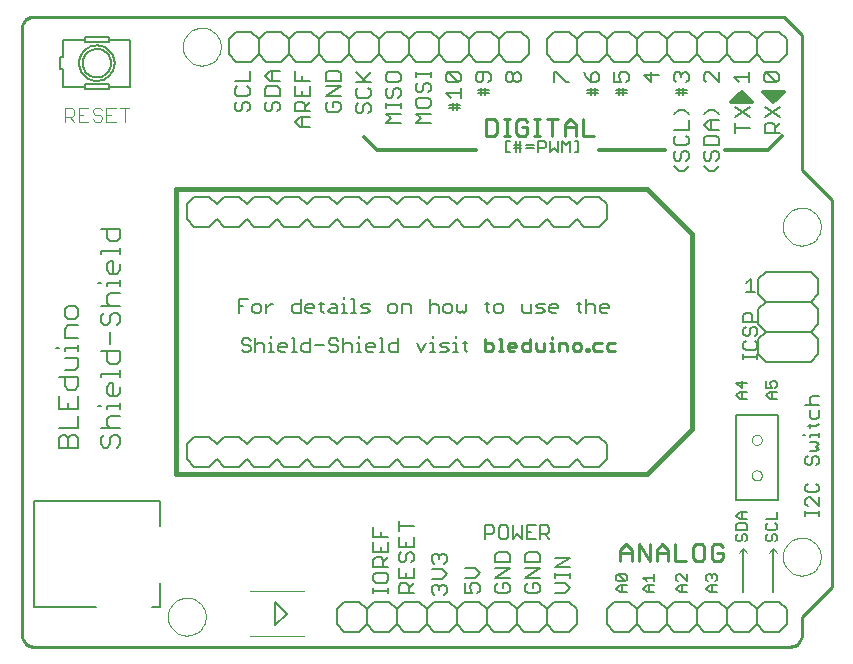
<source format=gto>
G75*
%MOIN*%
%OFA0B0*%
%FSLAX24Y24*%
%IPPOS*%
%LPD*%
%AMOC8*
5,1,8,0,0,1.08239X$1,22.5*
%
%ADD10C,0.0100*%
%ADD11C,0.0120*%
%ADD12C,0.0070*%
%ADD13C,0.0050*%
%ADD14C,0.0060*%
%ADD15C,0.0080*%
%ADD16C,0.0000*%
%ADD17C,0.0160*%
%ADD18C,0.0040*%
%ADD19C,0.0090*%
D10*
X001674Y001333D02*
X026886Y001333D01*
X026925Y001335D01*
X026963Y001341D01*
X027000Y001350D01*
X027037Y001363D01*
X027072Y001380D01*
X027105Y001399D01*
X027136Y001422D01*
X027165Y001448D01*
X027191Y001477D01*
X027214Y001508D01*
X027233Y001541D01*
X027250Y001576D01*
X027263Y001613D01*
X027272Y001650D01*
X027278Y001688D01*
X027280Y001727D01*
X027280Y002333D01*
X028280Y003333D01*
X028280Y016233D01*
X027280Y017233D01*
X027280Y021733D01*
X026680Y022333D01*
X001674Y022333D01*
X001674Y022334D02*
X001635Y022332D01*
X001597Y022326D01*
X001560Y022317D01*
X001523Y022304D01*
X001488Y022287D01*
X001455Y022268D01*
X001424Y022245D01*
X001395Y022219D01*
X001369Y022190D01*
X001346Y022159D01*
X001327Y022126D01*
X001310Y022091D01*
X001297Y022054D01*
X001288Y022017D01*
X001282Y021979D01*
X001280Y021940D01*
X001280Y001727D01*
X001282Y001688D01*
X001288Y001650D01*
X001297Y001613D01*
X001310Y001576D01*
X001327Y001541D01*
X001346Y001508D01*
X001369Y001477D01*
X001395Y001448D01*
X001424Y001422D01*
X001455Y001399D01*
X001488Y001380D01*
X001523Y001363D01*
X001560Y001350D01*
X001597Y001341D01*
X001635Y001335D01*
X001674Y001333D01*
X021230Y004183D02*
X021230Y004557D01*
X021417Y004744D01*
X021604Y004557D01*
X021604Y004183D01*
X021838Y004183D02*
X021838Y004744D01*
X022211Y004183D01*
X022211Y004744D01*
X022445Y004557D02*
X022632Y004744D01*
X022819Y004557D01*
X022819Y004183D01*
X023053Y004183D02*
X023427Y004183D01*
X023661Y004277D02*
X023754Y004183D01*
X023941Y004183D01*
X024035Y004277D01*
X024035Y004650D01*
X023941Y004744D01*
X023754Y004744D01*
X023661Y004650D01*
X023661Y004277D01*
X024269Y004277D02*
X024362Y004183D01*
X024549Y004183D01*
X024642Y004277D01*
X024642Y004464D01*
X024455Y004464D01*
X024269Y004650D02*
X024269Y004277D01*
X024269Y004650D02*
X024362Y004744D01*
X024549Y004744D01*
X024642Y004650D01*
X023053Y004744D02*
X023053Y004183D01*
X022819Y004464D02*
X022445Y004464D01*
X022445Y004557D02*
X022445Y004183D01*
X021604Y004464D02*
X021230Y004464D01*
X020359Y018369D02*
X019985Y018369D01*
X019985Y018930D01*
X019751Y018743D02*
X019751Y018369D01*
X019751Y018649D02*
X019378Y018649D01*
X019378Y018743D02*
X019378Y018369D01*
X019378Y018743D02*
X019565Y018930D01*
X019751Y018743D01*
X019144Y018930D02*
X018770Y018930D01*
X018957Y018930D02*
X018957Y018369D01*
X018552Y018369D02*
X018365Y018369D01*
X018458Y018369D02*
X018458Y018930D01*
X018365Y018930D02*
X018552Y018930D01*
X018131Y018836D02*
X018037Y018930D01*
X017851Y018930D01*
X017757Y018836D01*
X017757Y018463D01*
X017851Y018369D01*
X018037Y018369D01*
X018131Y018463D01*
X018131Y018649D01*
X017944Y018649D01*
X017539Y018369D02*
X017352Y018369D01*
X017445Y018369D02*
X017445Y018930D01*
X017352Y018930D02*
X017539Y018930D01*
X017118Y018836D02*
X017118Y018463D01*
X017025Y018369D01*
X016744Y018369D01*
X016744Y018930D01*
X017025Y018930D01*
X017118Y018836D01*
D11*
X016430Y017883D02*
X013130Y017883D01*
X012680Y018333D01*
X020530Y017883D02*
X022730Y017883D01*
X024730Y017883D02*
X026130Y017883D01*
X026160Y017893D02*
X026610Y018343D01*
X026330Y019483D02*
X026680Y019833D01*
X025980Y019833D01*
X026330Y019483D01*
X026330Y019583D02*
X026180Y019733D01*
X026380Y019733D01*
X026330Y019683D02*
X026330Y019633D01*
X026330Y019583D02*
X026530Y019783D01*
X026130Y019783D01*
X025630Y019483D02*
X025280Y019833D01*
X024930Y019483D01*
X025630Y019483D01*
X025480Y019533D02*
X025180Y019533D01*
X025330Y019633D01*
X025280Y019733D02*
X025080Y019533D01*
X025280Y019733D02*
X025480Y019533D01*
D12*
X025505Y020153D02*
X025505Y020480D01*
X025505Y020316D02*
X025015Y020316D01*
X025178Y020153D01*
X024505Y020153D02*
X024178Y020480D01*
X024096Y020480D01*
X024015Y020398D01*
X024015Y020234D01*
X024096Y020153D01*
X024505Y020153D02*
X024505Y020480D01*
X023505Y020398D02*
X023505Y020234D01*
X023423Y020153D01*
X023260Y020316D02*
X023260Y020398D01*
X023342Y020480D01*
X023423Y020480D01*
X023505Y020398D01*
X023260Y020398D02*
X023178Y020480D01*
X023096Y020480D01*
X023015Y020398D01*
X023015Y020234D01*
X023096Y020153D01*
X022505Y020398D02*
X022015Y020398D01*
X022260Y020153D01*
X022260Y020480D01*
X021505Y020398D02*
X021505Y020234D01*
X021423Y020153D01*
X021260Y020153D02*
X021178Y020316D01*
X021178Y020398D01*
X021260Y020480D01*
X021423Y020480D01*
X021505Y020398D01*
X021260Y020153D02*
X021015Y020153D01*
X021015Y020480D01*
X020505Y020398D02*
X020505Y020234D01*
X020423Y020153D01*
X020260Y020153D01*
X020260Y020398D01*
X020342Y020480D01*
X020423Y020480D01*
X020505Y020398D01*
X020260Y020153D02*
X020096Y020316D01*
X020015Y020480D01*
X019505Y020153D02*
X019423Y020153D01*
X019096Y020480D01*
X019015Y020480D01*
X019015Y020153D01*
X017905Y020234D02*
X017823Y020153D01*
X017742Y020153D01*
X017660Y020234D01*
X017660Y020398D01*
X017742Y020480D01*
X017823Y020480D01*
X017905Y020398D01*
X017905Y020234D01*
X017660Y020234D02*
X017578Y020153D01*
X017496Y020153D01*
X017415Y020234D01*
X017415Y020398D01*
X017496Y020480D01*
X017578Y020480D01*
X017660Y020398D01*
X016905Y020398D02*
X016905Y020234D01*
X016823Y020153D01*
X016660Y020234D02*
X016660Y020480D01*
X016823Y020480D02*
X016496Y020480D01*
X016415Y020398D01*
X016415Y020234D01*
X016496Y020153D01*
X016578Y020153D01*
X016660Y020234D01*
X016905Y020398D02*
X016823Y020480D01*
X015905Y020398D02*
X015905Y020234D01*
X015823Y020153D01*
X015496Y020480D01*
X015823Y020480D01*
X015905Y020398D01*
X015823Y020153D02*
X015496Y020153D01*
X015415Y020234D01*
X015415Y020398D01*
X015496Y020480D01*
X014905Y020488D02*
X014905Y020325D01*
X014905Y020406D02*
X014415Y020406D01*
X014415Y020325D02*
X014415Y020488D01*
X014496Y020136D02*
X014415Y020054D01*
X014415Y019891D01*
X014496Y019809D01*
X014578Y019809D01*
X014660Y019891D01*
X014660Y020054D01*
X014742Y020136D01*
X014823Y020136D01*
X014905Y020054D01*
X014905Y019891D01*
X014823Y019809D01*
X014823Y019620D02*
X014496Y019620D01*
X014415Y019539D01*
X014415Y019375D01*
X014496Y019293D01*
X014823Y019293D01*
X014905Y019375D01*
X014905Y019539D01*
X014823Y019620D01*
X014905Y019105D02*
X014415Y019105D01*
X014578Y018941D01*
X014415Y018778D01*
X014905Y018778D01*
X015578Y019637D02*
X015415Y019801D01*
X015905Y019801D01*
X015905Y019964D02*
X015905Y019637D01*
X013905Y019719D02*
X013823Y019637D01*
X013905Y019719D02*
X013905Y019882D01*
X013823Y019964D01*
X013742Y019964D01*
X013660Y019882D01*
X013660Y019719D01*
X013578Y019637D01*
X013496Y019637D01*
X013415Y019719D01*
X013415Y019882D01*
X013496Y019964D01*
X013496Y020153D02*
X013823Y020153D01*
X013905Y020234D01*
X013905Y020398D01*
X013823Y020480D01*
X013496Y020480D01*
X013415Y020398D01*
X013415Y020234D01*
X013496Y020153D01*
X012905Y020153D02*
X012415Y020153D01*
X012496Y019964D02*
X012415Y019882D01*
X012415Y019719D01*
X012496Y019637D01*
X012823Y019637D01*
X012905Y019719D01*
X012905Y019882D01*
X012823Y019964D01*
X012742Y020153D02*
X012415Y020480D01*
X012660Y020234D02*
X012905Y020480D01*
X012823Y019448D02*
X012742Y019448D01*
X012660Y019367D01*
X012660Y019203D01*
X012578Y019121D01*
X012496Y019121D01*
X012415Y019203D01*
X012415Y019367D01*
X012496Y019448D01*
X012823Y019448D02*
X012905Y019367D01*
X012905Y019203D01*
X012823Y019121D01*
X013415Y019105D02*
X013905Y019105D01*
X013905Y019293D02*
X013905Y019457D01*
X013905Y019375D02*
X013415Y019375D01*
X013415Y019293D02*
X013415Y019457D01*
X013415Y019105D02*
X013578Y018941D01*
X013415Y018778D01*
X013905Y018778D01*
X023015Y018559D02*
X023505Y018559D01*
X023505Y018886D01*
X023505Y019075D02*
X023342Y019238D01*
X023178Y019238D01*
X023015Y019075D01*
X023096Y018370D02*
X023015Y018288D01*
X023015Y018125D01*
X023096Y018043D01*
X023423Y018043D01*
X023505Y018125D01*
X023505Y018288D01*
X023423Y018370D01*
X023423Y017855D02*
X023342Y017855D01*
X023260Y017773D01*
X023260Y017609D01*
X023178Y017528D01*
X023096Y017528D01*
X023015Y017609D01*
X023015Y017773D01*
X023096Y017855D01*
X023423Y017855D02*
X023505Y017773D01*
X023505Y017609D01*
X023423Y017528D01*
X023505Y017347D02*
X023342Y017184D01*
X023178Y017184D01*
X023015Y017347D01*
X024015Y017347D02*
X024178Y017184D01*
X024342Y017184D01*
X024505Y017347D01*
X024423Y017528D02*
X024505Y017609D01*
X024505Y017773D01*
X024423Y017855D01*
X024342Y017855D01*
X024260Y017773D01*
X024260Y017609D01*
X024178Y017528D01*
X024096Y017528D01*
X024015Y017609D01*
X024015Y017773D01*
X024096Y017855D01*
X024015Y018043D02*
X024015Y018288D01*
X024096Y018370D01*
X024423Y018370D01*
X024505Y018288D01*
X024505Y018043D01*
X024015Y018043D01*
X024178Y018559D02*
X024015Y018722D01*
X024178Y018886D01*
X024505Y018886D01*
X024505Y019075D02*
X024342Y019238D01*
X024178Y019238D01*
X024015Y019075D01*
X024260Y018886D02*
X024260Y018559D01*
X024178Y018559D02*
X024505Y018559D01*
X026096Y020153D02*
X026015Y020234D01*
X026015Y020398D01*
X026096Y020480D01*
X026423Y020153D01*
X026505Y020234D01*
X026505Y020398D01*
X026423Y020480D01*
X026096Y020480D01*
X026096Y020153D02*
X026423Y020153D01*
X026330Y004583D02*
X026330Y003143D01*
X025330Y003143D02*
X025330Y004573D01*
X019545Y004305D02*
X019055Y004305D01*
X018550Y004398D02*
X018550Y004153D01*
X018060Y004153D01*
X018060Y004398D01*
X018142Y004480D01*
X018468Y004480D01*
X018550Y004398D01*
X018550Y003964D02*
X018060Y003964D01*
X018060Y003637D02*
X018550Y003964D01*
X018550Y003637D02*
X018060Y003637D01*
X018142Y003449D02*
X018060Y003367D01*
X018060Y003203D01*
X018142Y003122D01*
X018468Y003122D01*
X018550Y003203D01*
X018550Y003367D01*
X018468Y003449D01*
X018305Y003449D01*
X018305Y003285D01*
X019055Y003445D02*
X019382Y003445D01*
X019545Y003282D01*
X019382Y003118D01*
X019055Y003118D01*
X019055Y003634D02*
X019055Y003797D01*
X019055Y003716D02*
X019545Y003716D01*
X019545Y003797D02*
X019545Y003634D01*
X019545Y003978D02*
X019055Y003978D01*
X019545Y004305D01*
X017550Y004398D02*
X017550Y004153D01*
X017060Y004153D01*
X017060Y004398D01*
X017142Y004480D01*
X017468Y004480D01*
X017550Y004398D01*
X017550Y003964D02*
X017060Y003964D01*
X017060Y003637D02*
X017550Y003964D01*
X017550Y003637D02*
X017060Y003637D01*
X017142Y003449D02*
X017060Y003367D01*
X017060Y003203D01*
X017142Y003122D01*
X017468Y003122D01*
X017550Y003203D01*
X017550Y003367D01*
X017468Y003449D01*
X017305Y003449D01*
X017305Y003285D01*
X016545Y003364D02*
X016545Y003200D01*
X016463Y003118D01*
X016300Y003118D02*
X016218Y003282D01*
X016218Y003364D01*
X016300Y003445D01*
X016463Y003445D01*
X016545Y003364D01*
X016382Y003634D02*
X016545Y003797D01*
X016382Y003961D01*
X016055Y003961D01*
X016055Y003634D02*
X016382Y003634D01*
X016055Y003445D02*
X016055Y003118D01*
X016300Y003118D01*
X004545Y008073D02*
X004440Y007968D01*
X004545Y008073D02*
X004545Y008284D01*
X004440Y008389D01*
X004335Y008389D01*
X004230Y008284D01*
X004230Y008073D01*
X004125Y007968D01*
X004020Y007968D01*
X003914Y008073D01*
X003914Y008284D01*
X004020Y008389D01*
X003914Y008613D02*
X004545Y008613D01*
X004230Y008613D02*
X004125Y008718D01*
X004125Y008928D01*
X004230Y009033D01*
X004545Y009033D01*
X004545Y009257D02*
X004545Y009468D01*
X004545Y009363D02*
X004125Y009363D01*
X004125Y009257D01*
X003914Y009363D02*
X003809Y009363D01*
X004230Y009687D02*
X004125Y009792D01*
X004125Y010002D01*
X004230Y010107D01*
X004335Y010107D01*
X004335Y009687D01*
X004440Y009687D02*
X004230Y009687D01*
X004440Y009687D02*
X004545Y009792D01*
X004545Y010002D01*
X004545Y010332D02*
X004545Y010542D01*
X004545Y010437D02*
X003914Y010437D01*
X003914Y010332D01*
X004230Y010761D02*
X004125Y010866D01*
X004125Y011182D01*
X003914Y011182D02*
X004545Y011182D01*
X004545Y010866D01*
X004440Y010761D01*
X004230Y010761D01*
X004230Y011406D02*
X004230Y011826D01*
X004125Y012050D02*
X004230Y012156D01*
X004230Y012366D01*
X004335Y012471D01*
X004440Y012471D01*
X004545Y012366D01*
X004545Y012156D01*
X004440Y012050D01*
X004125Y012050D02*
X004020Y012050D01*
X003914Y012156D01*
X003914Y012366D01*
X004020Y012471D01*
X003914Y012695D02*
X004545Y012695D01*
X004230Y012695D02*
X004125Y012800D01*
X004125Y013010D01*
X004230Y013115D01*
X004545Y013115D01*
X004545Y013340D02*
X004545Y013550D01*
X004545Y013445D02*
X004125Y013445D01*
X004125Y013340D01*
X003914Y013445D02*
X003809Y013445D01*
X004230Y013769D02*
X004125Y013874D01*
X004125Y014085D01*
X004230Y014190D01*
X004335Y014190D01*
X004335Y013769D01*
X004440Y013769D02*
X004230Y013769D01*
X004440Y013769D02*
X004545Y013874D01*
X004545Y014085D01*
X004545Y014414D02*
X004545Y014624D01*
X004545Y014519D02*
X003914Y014519D01*
X003914Y014414D01*
X004230Y014844D02*
X004125Y014949D01*
X004125Y015264D01*
X003914Y015264D02*
X004545Y015264D01*
X004545Y014949D01*
X004440Y014844D01*
X004230Y014844D01*
X003040Y012686D02*
X002830Y012686D01*
X002725Y012581D01*
X002725Y012370D01*
X002830Y012265D01*
X003040Y012265D01*
X003145Y012370D01*
X003145Y012581D01*
X003040Y012686D01*
X003145Y012041D02*
X002830Y012041D01*
X002725Y011936D01*
X002725Y011621D01*
X003145Y011621D01*
X003145Y011401D02*
X003145Y011191D01*
X003145Y011296D02*
X002725Y011296D01*
X002725Y011191D01*
X002725Y010967D02*
X003145Y010967D01*
X003145Y010652D01*
X003040Y010547D01*
X002725Y010547D01*
X002725Y010322D02*
X002725Y010007D01*
X002830Y009902D01*
X003040Y009902D01*
X003145Y010007D01*
X003145Y010322D01*
X002514Y010322D01*
X002514Y009678D02*
X002514Y009257D01*
X003145Y009257D01*
X003145Y009678D01*
X002830Y009468D02*
X002830Y009257D01*
X003145Y009033D02*
X003145Y008613D01*
X002514Y008613D01*
X002620Y008389D02*
X002514Y008284D01*
X002514Y007968D01*
X003145Y007968D01*
X003145Y008284D01*
X003040Y008389D01*
X002935Y008389D01*
X002830Y008284D01*
X002830Y007968D01*
X002830Y008284D02*
X002725Y008389D01*
X002620Y008389D01*
X002514Y011296D02*
X002409Y011296D01*
D13*
X008505Y012458D02*
X008505Y012909D01*
X008805Y012909D01*
X008655Y012684D02*
X008505Y012684D01*
X008965Y012684D02*
X008965Y012533D01*
X009040Y012458D01*
X009191Y012458D01*
X009266Y012533D01*
X009266Y012684D01*
X009191Y012759D01*
X009040Y012759D01*
X008965Y012684D01*
X009426Y012759D02*
X009426Y012458D01*
X009426Y012608D02*
X009576Y012759D01*
X009651Y012759D01*
X010270Y012684D02*
X010270Y012533D01*
X010345Y012458D01*
X010570Y012458D01*
X010570Y012909D01*
X010570Y012759D02*
X010345Y012759D01*
X010270Y012684D01*
X010730Y012684D02*
X010730Y012533D01*
X010805Y012458D01*
X010955Y012458D01*
X011030Y012608D02*
X010730Y012608D01*
X010730Y012684D02*
X010805Y012759D01*
X010955Y012759D01*
X011030Y012684D01*
X011030Y012608D01*
X011191Y012759D02*
X011341Y012759D01*
X011266Y012834D02*
X011266Y012533D01*
X011341Y012458D01*
X011498Y012533D02*
X011573Y012608D01*
X011798Y012608D01*
X011798Y012684D02*
X011798Y012458D01*
X011573Y012458D01*
X011498Y012533D01*
X011573Y012759D02*
X011723Y012759D01*
X011798Y012684D01*
X011958Y012759D02*
X012033Y012759D01*
X012033Y012458D01*
X011958Y012458D02*
X012108Y012458D01*
X012265Y012458D02*
X012415Y012458D01*
X012340Y012458D02*
X012340Y012909D01*
X012265Y012909D01*
X012033Y012909D02*
X012033Y012984D01*
X012572Y012684D02*
X012647Y012759D01*
X012872Y012759D01*
X012797Y012608D02*
X012872Y012533D01*
X012797Y012458D01*
X012572Y012458D01*
X012647Y012608D02*
X012572Y012684D01*
X012647Y012608D02*
X012797Y012608D01*
X013493Y012533D02*
X013568Y012458D01*
X013718Y012458D01*
X013793Y012533D01*
X013793Y012684D01*
X013718Y012759D01*
X013568Y012759D01*
X013493Y012684D01*
X013493Y012533D01*
X013953Y012458D02*
X013953Y012759D01*
X014178Y012759D01*
X014253Y012684D01*
X014253Y012458D01*
X014874Y012458D02*
X014874Y012909D01*
X014949Y012759D02*
X015099Y012759D01*
X015174Y012684D01*
X015174Y012458D01*
X015334Y012533D02*
X015409Y012458D01*
X015559Y012458D01*
X015634Y012533D01*
X015634Y012684D01*
X015559Y012759D01*
X015409Y012759D01*
X015334Y012684D01*
X015334Y012533D01*
X014949Y012759D02*
X014874Y012684D01*
X015795Y012759D02*
X015795Y012533D01*
X015870Y012458D01*
X015945Y012533D01*
X016020Y012458D01*
X016095Y012533D01*
X016095Y012759D01*
X016715Y012759D02*
X016865Y012759D01*
X016790Y012834D02*
X016790Y012533D01*
X016865Y012458D01*
X017022Y012533D02*
X017097Y012458D01*
X017247Y012458D01*
X017323Y012533D01*
X017323Y012684D01*
X017247Y012759D01*
X017097Y012759D01*
X017022Y012684D01*
X017022Y012533D01*
X017943Y012533D02*
X018018Y012458D01*
X018243Y012458D01*
X018243Y012759D01*
X018403Y012684D02*
X018479Y012759D01*
X018704Y012759D01*
X018629Y012608D02*
X018479Y012608D01*
X018403Y012684D01*
X018403Y012458D02*
X018629Y012458D01*
X018704Y012533D01*
X018629Y012608D01*
X018864Y012608D02*
X019164Y012608D01*
X019164Y012684D01*
X019089Y012759D01*
X018939Y012759D01*
X018864Y012684D01*
X018864Y012533D01*
X018939Y012458D01*
X019089Y012458D01*
X019785Y012759D02*
X019935Y012759D01*
X019860Y012834D02*
X019860Y012533D01*
X019935Y012458D01*
X020092Y012458D02*
X020092Y012909D01*
X020167Y012759D02*
X020317Y012759D01*
X020392Y012684D01*
X020392Y012458D01*
X020552Y012533D02*
X020552Y012684D01*
X020627Y012759D01*
X020777Y012759D01*
X020852Y012684D01*
X020852Y012608D01*
X020552Y012608D01*
X020552Y012533D02*
X020627Y012458D01*
X020777Y012458D01*
X020167Y012759D02*
X020092Y012684D01*
X017943Y012759D02*
X017943Y012533D01*
X016121Y011459D02*
X015971Y011459D01*
X016046Y011534D02*
X016046Y011233D01*
X016121Y011158D01*
X015814Y011158D02*
X015664Y011158D01*
X015739Y011158D02*
X015739Y011459D01*
X015664Y011459D01*
X015504Y011459D02*
X015279Y011459D01*
X015204Y011384D01*
X015279Y011308D01*
X015429Y011308D01*
X015504Y011233D01*
X015429Y011158D01*
X015204Y011158D01*
X015047Y011158D02*
X014897Y011158D01*
X014972Y011158D02*
X014972Y011459D01*
X014897Y011459D01*
X014737Y011459D02*
X014587Y011158D01*
X014437Y011459D01*
X014972Y011609D02*
X014972Y011684D01*
X015739Y011684D02*
X015739Y011609D01*
X013816Y011609D02*
X013816Y011158D01*
X013591Y011158D01*
X013516Y011233D01*
X013516Y011384D01*
X013591Y011459D01*
X013816Y011459D01*
X013359Y011158D02*
X013209Y011158D01*
X013284Y011158D02*
X013284Y011609D01*
X013209Y011609D01*
X013049Y011384D02*
X013049Y011308D01*
X012749Y011308D01*
X012749Y011233D02*
X012749Y011384D01*
X012824Y011459D01*
X012974Y011459D01*
X013049Y011384D01*
X012974Y011158D02*
X012824Y011158D01*
X012749Y011233D01*
X012592Y011158D02*
X012442Y011158D01*
X012517Y011158D02*
X012517Y011459D01*
X012442Y011459D01*
X012517Y011609D02*
X012517Y011684D01*
X012281Y011384D02*
X012206Y011459D01*
X012056Y011459D01*
X011981Y011384D01*
X011821Y011308D02*
X011821Y011233D01*
X011746Y011158D01*
X011596Y011158D01*
X011521Y011233D01*
X011596Y011384D02*
X011746Y011384D01*
X011821Y011308D01*
X011981Y011158D02*
X011981Y011609D01*
X011821Y011534D02*
X011746Y011609D01*
X011596Y011609D01*
X011521Y011534D01*
X011521Y011459D01*
X011596Y011384D01*
X011361Y011384D02*
X011060Y011384D01*
X010900Y011459D02*
X010675Y011459D01*
X010600Y011384D01*
X010600Y011233D01*
X010675Y011158D01*
X010900Y011158D01*
X010900Y011609D01*
X010368Y011609D02*
X010368Y011158D01*
X010293Y011158D02*
X010443Y011158D01*
X010133Y011308D02*
X010133Y011384D01*
X010058Y011459D01*
X009908Y011459D01*
X009833Y011384D01*
X009833Y011233D01*
X009908Y011158D01*
X010058Y011158D01*
X010133Y011308D02*
X009833Y011308D01*
X009676Y011158D02*
X009526Y011158D01*
X009601Y011158D02*
X009601Y011459D01*
X009526Y011459D01*
X009601Y011609D02*
X009601Y011684D01*
X009366Y011384D02*
X009366Y011158D01*
X009366Y011384D02*
X009291Y011459D01*
X009140Y011459D01*
X009065Y011384D01*
X008905Y011308D02*
X008830Y011384D01*
X008680Y011384D01*
X008605Y011459D01*
X008605Y011534D01*
X008680Y011609D01*
X008830Y011609D01*
X008905Y011534D01*
X009065Y011609D02*
X009065Y011158D01*
X008905Y011233D02*
X008830Y011158D01*
X008680Y011158D01*
X008605Y011233D01*
X008905Y011233D02*
X008905Y011308D01*
X010293Y011609D02*
X010368Y011609D01*
X012281Y011384D02*
X012281Y011158D01*
X016725Y005379D02*
X016950Y005379D01*
X017025Y005304D01*
X017025Y005154D01*
X016950Y005078D01*
X016725Y005078D01*
X016725Y004928D02*
X016725Y005379D01*
X017185Y005304D02*
X017185Y005003D01*
X017260Y004928D01*
X017411Y004928D01*
X017486Y005003D01*
X017486Y005304D01*
X017411Y005379D01*
X017260Y005379D01*
X017185Y005304D01*
X017646Y005379D02*
X017646Y004928D01*
X017796Y005078D01*
X017946Y004928D01*
X017946Y005379D01*
X018106Y005379D02*
X018106Y004928D01*
X018406Y004928D01*
X018567Y004928D02*
X018567Y005379D01*
X018792Y005379D01*
X018867Y005304D01*
X018867Y005154D01*
X018792Y005078D01*
X018567Y005078D01*
X018717Y005078D02*
X018867Y004928D01*
X018406Y005379D02*
X018106Y005379D01*
X018106Y005154D02*
X018256Y005154D01*
X021100Y003682D02*
X021158Y003741D01*
X021392Y003507D01*
X021450Y003566D01*
X021450Y003682D01*
X021392Y003741D01*
X021158Y003741D01*
X021100Y003682D02*
X021100Y003566D01*
X021158Y003507D01*
X021392Y003507D01*
X021450Y003372D02*
X021217Y003372D01*
X021100Y003256D01*
X021217Y003139D01*
X021450Y003139D01*
X021275Y003139D02*
X021275Y003372D01*
X022000Y003256D02*
X022117Y003372D01*
X022350Y003372D01*
X022350Y003507D02*
X022350Y003741D01*
X022350Y003624D02*
X022000Y003624D01*
X022117Y003507D01*
X022175Y003372D02*
X022175Y003139D01*
X022117Y003139D02*
X022000Y003256D01*
X022117Y003139D02*
X022350Y003139D01*
X023100Y003256D02*
X023217Y003372D01*
X023450Y003372D01*
X023450Y003507D02*
X023217Y003741D01*
X023158Y003741D01*
X023100Y003682D01*
X023100Y003566D01*
X023158Y003507D01*
X023275Y003372D02*
X023275Y003139D01*
X023217Y003139D02*
X023100Y003256D01*
X023217Y003139D02*
X023450Y003139D01*
X023450Y003507D02*
X023450Y003741D01*
X024100Y003682D02*
X024158Y003741D01*
X024217Y003741D01*
X024275Y003682D01*
X024333Y003741D01*
X024392Y003741D01*
X024450Y003682D01*
X024450Y003566D01*
X024392Y003507D01*
X024450Y003372D02*
X024217Y003372D01*
X024100Y003256D01*
X024217Y003139D01*
X024450Y003139D01*
X024275Y003139D02*
X024275Y003372D01*
X024158Y003507D02*
X024100Y003566D01*
X024100Y003682D01*
X024275Y003682D02*
X024275Y003624D01*
X025158Y004839D02*
X025217Y004839D01*
X025275Y004897D01*
X025275Y005014D01*
X025333Y005072D01*
X025392Y005072D01*
X025450Y005014D01*
X025450Y004897D01*
X025392Y004839D01*
X025158Y004839D02*
X025100Y004897D01*
X025100Y005014D01*
X025158Y005072D01*
X025100Y005207D02*
X025100Y005382D01*
X025158Y005441D01*
X025392Y005441D01*
X025450Y005382D01*
X025450Y005207D01*
X025100Y005207D01*
X025217Y005576D02*
X025100Y005692D01*
X025217Y005809D01*
X025450Y005809D01*
X025275Y005809D02*
X025275Y005576D01*
X025217Y005576D02*
X025450Y005576D01*
X026100Y005576D02*
X026450Y005576D01*
X026450Y005809D01*
X026392Y005441D02*
X026450Y005382D01*
X026450Y005266D01*
X026392Y005207D01*
X026158Y005207D01*
X026100Y005266D01*
X026100Y005382D01*
X026158Y005441D01*
X026158Y005072D02*
X026100Y005014D01*
X026100Y004897D01*
X026158Y004839D01*
X026217Y004839D01*
X026275Y004897D01*
X026275Y005014D01*
X026333Y005072D01*
X026392Y005072D01*
X026450Y005014D01*
X026450Y004897D01*
X026392Y004839D01*
X026450Y009589D02*
X026217Y009589D01*
X026100Y009706D01*
X026217Y009822D01*
X026450Y009822D01*
X026392Y009957D02*
X026450Y010016D01*
X026450Y010132D01*
X026392Y010191D01*
X026275Y010191D01*
X026217Y010132D01*
X026217Y010074D01*
X026275Y009957D01*
X026100Y009957D01*
X026100Y010191D01*
X026275Y009822D02*
X026275Y009589D01*
X025450Y009589D02*
X025217Y009589D01*
X025100Y009706D01*
X025217Y009822D01*
X025450Y009822D01*
X025275Y009822D02*
X025275Y009589D01*
X025275Y009957D02*
X025275Y010191D01*
X025100Y010132D02*
X025275Y009957D01*
X025450Y010132D02*
X025100Y010132D01*
X025330Y010923D02*
X025330Y011073D01*
X025330Y010998D02*
X025780Y010998D01*
X025780Y010923D02*
X025780Y011073D01*
X025705Y011230D02*
X025405Y011230D01*
X025330Y011305D01*
X025330Y011455D01*
X025405Y011530D01*
X025405Y011690D02*
X025330Y011765D01*
X025330Y011915D01*
X025405Y011990D01*
X025555Y011915D02*
X025630Y011990D01*
X025705Y011990D01*
X025780Y011915D01*
X025780Y011765D01*
X025705Y011690D01*
X025705Y011530D02*
X025780Y011455D01*
X025780Y011305D01*
X025705Y011230D01*
X025480Y011690D02*
X025555Y011765D01*
X025555Y011915D01*
X025480Y011690D02*
X025405Y011690D01*
X025330Y012151D02*
X025330Y012376D01*
X025405Y012451D01*
X025555Y012451D01*
X025630Y012376D01*
X025630Y012151D01*
X025780Y012151D02*
X025330Y012151D01*
X004902Y019996D02*
X004174Y019996D01*
X004174Y020075D01*
X003386Y020075D01*
X003386Y019996D01*
X002658Y019996D01*
X002658Y020586D01*
X002560Y020586D01*
X002560Y020980D01*
X002658Y020980D01*
X002658Y021571D01*
X003386Y021571D01*
X003386Y021492D01*
X004174Y021492D01*
X004174Y021571D01*
X004902Y021571D01*
X004902Y019996D01*
X004174Y019996D02*
X004174Y019917D01*
X003386Y019917D01*
X003386Y019996D01*
X003308Y020783D02*
X003310Y020826D01*
X003316Y020868D01*
X003326Y020910D01*
X003339Y020951D01*
X003356Y020991D01*
X003377Y021028D01*
X003401Y021064D01*
X003428Y021097D01*
X003458Y021128D01*
X003491Y021156D01*
X003526Y021181D01*
X003563Y021202D01*
X003602Y021220D01*
X003642Y021234D01*
X003684Y021245D01*
X003726Y021252D01*
X003769Y021255D01*
X003812Y021254D01*
X003855Y021249D01*
X003897Y021240D01*
X003938Y021228D01*
X003978Y021212D01*
X004016Y021192D01*
X004052Y021169D01*
X004086Y021142D01*
X004118Y021113D01*
X004146Y021081D01*
X004172Y021046D01*
X004194Y021010D01*
X004213Y020971D01*
X004228Y020931D01*
X004240Y020890D01*
X004248Y020847D01*
X004252Y020804D01*
X004252Y020762D01*
X004248Y020719D01*
X004240Y020676D01*
X004228Y020635D01*
X004213Y020595D01*
X004194Y020556D01*
X004172Y020520D01*
X004146Y020485D01*
X004118Y020453D01*
X004086Y020424D01*
X004052Y020397D01*
X004016Y020374D01*
X003978Y020354D01*
X003938Y020338D01*
X003897Y020326D01*
X003855Y020317D01*
X003812Y020312D01*
X003769Y020311D01*
X003726Y020314D01*
X003684Y020321D01*
X003642Y020332D01*
X003602Y020346D01*
X003563Y020364D01*
X003526Y020385D01*
X003491Y020410D01*
X003458Y020438D01*
X003428Y020469D01*
X003401Y020502D01*
X003377Y020538D01*
X003356Y020575D01*
X003339Y020615D01*
X003326Y020656D01*
X003316Y020698D01*
X003310Y020740D01*
X003308Y020783D01*
X003189Y020783D02*
X003191Y020831D01*
X003197Y020879D01*
X003207Y020926D01*
X003220Y020972D01*
X003238Y021017D01*
X003258Y021061D01*
X003283Y021103D01*
X003311Y021142D01*
X003341Y021179D01*
X003375Y021213D01*
X003412Y021245D01*
X003450Y021274D01*
X003491Y021299D01*
X003534Y021321D01*
X003579Y021339D01*
X003625Y021353D01*
X003672Y021364D01*
X003720Y021371D01*
X003768Y021374D01*
X003816Y021373D01*
X003864Y021368D01*
X003912Y021359D01*
X003958Y021347D01*
X004003Y021330D01*
X004047Y021310D01*
X004089Y021287D01*
X004129Y021260D01*
X004167Y021230D01*
X004202Y021197D01*
X004234Y021161D01*
X004264Y021123D01*
X004290Y021082D01*
X004312Y021039D01*
X004332Y020995D01*
X004347Y020950D01*
X004359Y020903D01*
X004367Y020855D01*
X004371Y020807D01*
X004371Y020759D01*
X004367Y020711D01*
X004359Y020663D01*
X004347Y020616D01*
X004332Y020571D01*
X004312Y020527D01*
X004290Y020484D01*
X004264Y020443D01*
X004234Y020405D01*
X004202Y020369D01*
X004167Y020336D01*
X004129Y020306D01*
X004089Y020279D01*
X004047Y020256D01*
X004003Y020236D01*
X003958Y020219D01*
X003912Y020207D01*
X003864Y020198D01*
X003816Y020193D01*
X003768Y020192D01*
X003720Y020195D01*
X003672Y020202D01*
X003625Y020213D01*
X003579Y020227D01*
X003534Y020245D01*
X003491Y020267D01*
X003450Y020292D01*
X003412Y020321D01*
X003375Y020353D01*
X003341Y020387D01*
X003311Y020424D01*
X003283Y020463D01*
X003258Y020505D01*
X003238Y020549D01*
X003220Y020594D01*
X003207Y020640D01*
X003197Y020687D01*
X003191Y020735D01*
X003189Y020783D01*
X003386Y021571D02*
X003386Y021649D01*
X004174Y021649D01*
X004174Y021571D01*
D14*
X008180Y021583D02*
X008180Y021083D01*
X008430Y020833D01*
X008930Y020833D01*
X009180Y021083D01*
X009180Y021583D01*
X008930Y021833D01*
X008430Y021833D01*
X008180Y021583D01*
X009180Y021583D02*
X009430Y021833D01*
X009930Y021833D01*
X010180Y021583D01*
X010430Y021833D01*
X010930Y021833D01*
X011180Y021583D01*
X011430Y021833D01*
X011930Y021833D01*
X012180Y021583D01*
X012430Y021833D01*
X012930Y021833D01*
X013180Y021583D01*
X013430Y021833D01*
X013930Y021833D01*
X014180Y021583D01*
X014430Y021833D01*
X014930Y021833D01*
X015180Y021583D01*
X015430Y021833D01*
X015930Y021833D01*
X016180Y021583D01*
X016430Y021833D01*
X016930Y021833D01*
X017180Y021583D01*
X017430Y021833D01*
X017930Y021833D01*
X018180Y021583D01*
X018180Y021083D01*
X017930Y020833D01*
X017430Y020833D01*
X017180Y021083D01*
X016930Y020833D01*
X016430Y020833D01*
X016180Y021083D01*
X016180Y021583D01*
X016180Y021083D02*
X015930Y020833D01*
X015430Y020833D01*
X015180Y021083D01*
X014930Y020833D01*
X014430Y020833D01*
X014180Y021083D01*
X013930Y020833D01*
X013430Y020833D01*
X013180Y021083D01*
X013180Y021583D01*
X013180Y021083D02*
X012930Y020833D01*
X012430Y020833D01*
X012180Y021083D01*
X011930Y020833D01*
X011430Y020833D01*
X011180Y021083D01*
X010930Y020833D01*
X010430Y020833D01*
X010180Y021083D01*
X010180Y021583D01*
X010180Y021083D02*
X009930Y020833D01*
X009430Y020833D01*
X009180Y021083D01*
X008872Y020537D02*
X008872Y020203D01*
X008371Y020203D01*
X008455Y020021D02*
X008371Y019937D01*
X008371Y019771D01*
X008455Y019687D01*
X008788Y019687D01*
X008872Y019771D01*
X008872Y019937D01*
X008788Y020021D01*
X008788Y019505D02*
X008872Y019422D01*
X008872Y019255D01*
X008788Y019172D01*
X008622Y019255D02*
X008622Y019422D01*
X008705Y019505D01*
X008788Y019505D01*
X008622Y019255D02*
X008538Y019172D01*
X008455Y019172D01*
X008371Y019255D01*
X008371Y019422D01*
X008455Y019505D01*
X009371Y019422D02*
X009371Y019255D01*
X009455Y019172D01*
X009538Y019172D01*
X009622Y019255D01*
X009622Y019422D01*
X009705Y019505D01*
X009788Y019505D01*
X009872Y019422D01*
X009872Y019255D01*
X009788Y019172D01*
X009455Y019505D02*
X009371Y019422D01*
X009371Y019687D02*
X009371Y019937D01*
X009455Y020021D01*
X009788Y020021D01*
X009872Y019937D01*
X009872Y019687D01*
X009371Y019687D01*
X009538Y020203D02*
X009371Y020370D01*
X009538Y020537D01*
X009872Y020537D01*
X009622Y020537D02*
X009622Y020203D01*
X009538Y020203D02*
X009872Y020203D01*
X010371Y020203D02*
X010371Y020537D01*
X010622Y020370D02*
X010622Y020203D01*
X010872Y020203D02*
X010371Y020203D01*
X010371Y020021D02*
X010371Y019687D01*
X010872Y019687D01*
X010872Y020021D01*
X010622Y019854D02*
X010622Y019687D01*
X010622Y019505D02*
X010455Y019505D01*
X010371Y019422D01*
X010371Y019172D01*
X010872Y019172D01*
X010705Y019172D02*
X010705Y019422D01*
X010622Y019505D01*
X010705Y019338D02*
X010872Y019505D01*
X010872Y018990D02*
X010538Y018990D01*
X010371Y018823D01*
X010538Y018656D01*
X010872Y018656D01*
X010622Y018656D02*
X010622Y018990D01*
X011417Y019245D02*
X011500Y019162D01*
X011834Y019162D01*
X011917Y019245D01*
X011917Y019412D01*
X011834Y019495D01*
X011667Y019495D01*
X011667Y019328D01*
X011500Y019495D02*
X011417Y019412D01*
X011417Y019245D01*
X011417Y019677D02*
X011917Y020011D01*
X011417Y020011D01*
X011417Y020193D02*
X011417Y020443D01*
X011500Y020527D01*
X011834Y020527D01*
X011917Y020443D01*
X011917Y020193D01*
X011417Y020193D01*
X011417Y019677D02*
X011917Y019677D01*
X012180Y021083D02*
X012180Y021583D01*
X011180Y021583D02*
X011180Y021083D01*
X014180Y021083D02*
X014180Y021583D01*
X015180Y021583D02*
X015180Y021083D01*
X016470Y019903D02*
X016850Y019903D01*
X016850Y019777D02*
X016470Y019777D01*
X016596Y019713D02*
X016596Y019903D01*
X016596Y019967D01*
X016723Y019967D02*
X016723Y019713D01*
X015900Y019403D02*
X015520Y019403D01*
X015520Y019277D02*
X015900Y019277D01*
X015773Y019213D02*
X015773Y019467D01*
X015646Y019467D02*
X015646Y019403D01*
X015646Y019213D01*
X017410Y018194D02*
X017410Y017813D01*
X017537Y017813D01*
X017680Y017940D02*
X017934Y017940D01*
X017934Y018067D02*
X017870Y018067D01*
X017680Y018067D01*
X017743Y018194D02*
X017743Y017813D01*
X017870Y017813D02*
X017870Y018194D01*
X018085Y018067D02*
X018339Y018067D01*
X018339Y017940D02*
X018085Y017940D01*
X018490Y017940D02*
X018681Y017940D01*
X018744Y018003D01*
X018744Y018130D01*
X018681Y018194D01*
X018490Y018194D01*
X018490Y017813D01*
X018896Y017813D02*
X019022Y017940D01*
X019149Y017813D01*
X019149Y018194D01*
X019301Y018194D02*
X019427Y018067D01*
X019554Y018194D01*
X019554Y017813D01*
X019706Y017813D02*
X019833Y017813D01*
X019833Y018194D01*
X019706Y018194D01*
X019301Y018194D02*
X019301Y017813D01*
X018896Y017813D02*
X018896Y018194D01*
X017537Y018194D02*
X017410Y018194D01*
X020120Y019777D02*
X020500Y019777D01*
X020500Y019903D02*
X020120Y019903D01*
X020246Y019903D02*
X020246Y019713D01*
X020373Y019713D02*
X020373Y019967D01*
X020246Y019967D02*
X020246Y019903D01*
X021070Y019903D02*
X021450Y019903D01*
X021450Y019777D02*
X021070Y019777D01*
X021196Y019713D02*
X021196Y019903D01*
X021196Y019967D01*
X021323Y019967D02*
X021323Y019713D01*
X021530Y020833D02*
X021030Y020833D01*
X020780Y021083D01*
X020530Y020833D01*
X020030Y020833D01*
X019780Y021083D01*
X019530Y020833D01*
X019030Y020833D01*
X018780Y021083D01*
X018780Y021583D01*
X019030Y021833D01*
X019530Y021833D01*
X019780Y021583D01*
X020030Y021833D01*
X020530Y021833D01*
X020780Y021583D01*
X021030Y021833D01*
X021530Y021833D01*
X021780Y021583D01*
X022030Y021833D01*
X022530Y021833D01*
X022780Y021583D01*
X023030Y021833D01*
X023530Y021833D01*
X023780Y021583D01*
X024030Y021833D01*
X024530Y021833D01*
X024780Y021583D01*
X025030Y021833D01*
X025530Y021833D01*
X025780Y021583D01*
X026030Y021833D01*
X026530Y021833D01*
X026780Y021583D01*
X026780Y021083D01*
X026530Y020833D01*
X026030Y020833D01*
X025780Y021083D01*
X025530Y020833D01*
X025030Y020833D01*
X024780Y021083D01*
X024780Y021583D01*
X024780Y021083D02*
X024530Y020833D01*
X024030Y020833D01*
X023780Y021083D01*
X023530Y020833D01*
X023030Y020833D01*
X022780Y021083D01*
X022530Y020833D01*
X022030Y020833D01*
X021780Y021083D01*
X021780Y021583D01*
X021780Y021083D02*
X021530Y020833D01*
X020780Y021083D02*
X020780Y021583D01*
X019780Y021583D02*
X019780Y021083D01*
X017180Y021083D02*
X017180Y021583D01*
X022780Y021583D02*
X022780Y021083D01*
X023780Y021083D02*
X023780Y021583D01*
X023323Y019967D02*
X023323Y019713D01*
X023196Y019713D02*
X023196Y019903D01*
X023196Y019967D01*
X023070Y019903D02*
X023450Y019903D01*
X023450Y019777D02*
X023070Y019777D01*
X025048Y019317D02*
X025548Y018984D01*
X025548Y019317D02*
X025048Y018984D01*
X025048Y018802D02*
X025048Y018468D01*
X025048Y018635D02*
X025548Y018635D01*
X026050Y018714D02*
X026050Y018463D01*
X026550Y018463D01*
X026383Y018463D02*
X026383Y018714D01*
X026300Y018797D01*
X026133Y018797D01*
X026050Y018714D01*
X026050Y018979D02*
X026550Y019313D01*
X026550Y018979D02*
X026050Y019313D01*
X026550Y018797D02*
X026383Y018630D01*
X025780Y021083D02*
X025780Y021583D01*
X026080Y013833D02*
X027580Y013833D01*
X027830Y013583D01*
X027830Y013083D01*
X027580Y012833D01*
X026080Y012833D01*
X025830Y012583D01*
X025830Y012083D01*
X026080Y011833D01*
X025830Y011583D01*
X025830Y011083D01*
X026080Y010833D01*
X027580Y010833D01*
X027830Y011083D01*
X027830Y011583D01*
X027580Y011833D01*
X026080Y011833D01*
X026080Y012833D02*
X025830Y013083D01*
X025830Y013583D01*
X026080Y013833D01*
X027580Y012833D02*
X027830Y012583D01*
X027830Y012083D01*
X027580Y011833D01*
X027616Y009682D02*
X027836Y009682D01*
X027616Y009682D02*
X027542Y009609D01*
X027542Y009462D01*
X027616Y009389D01*
X027542Y009222D02*
X027542Y009002D01*
X027616Y008928D01*
X027763Y008928D01*
X027836Y009002D01*
X027836Y009222D01*
X027836Y009389D02*
X027396Y009389D01*
X027542Y008768D02*
X027542Y008621D01*
X027469Y008695D02*
X027763Y008695D01*
X027836Y008768D01*
X027836Y008461D02*
X027836Y008314D01*
X027836Y008388D02*
X027542Y008388D01*
X027542Y008314D01*
X027396Y008388D02*
X027322Y008388D01*
X027542Y008148D02*
X027763Y008148D01*
X027836Y008074D01*
X027763Y008001D01*
X027836Y007927D01*
X027763Y007854D01*
X027542Y007854D01*
X027469Y007687D02*
X027396Y007614D01*
X027396Y007467D01*
X027469Y007394D01*
X027542Y007394D01*
X027616Y007467D01*
X027616Y007614D01*
X027689Y007687D01*
X027763Y007687D01*
X027836Y007614D01*
X027836Y007467D01*
X027763Y007394D01*
X027763Y006766D02*
X027836Y006693D01*
X027836Y006546D01*
X027763Y006473D01*
X027469Y006473D01*
X027396Y006546D01*
X027396Y006693D01*
X027469Y006766D01*
X027469Y006306D02*
X027396Y006233D01*
X027396Y006086D01*
X027469Y006012D01*
X027396Y005852D02*
X027396Y005705D01*
X027396Y005779D02*
X027836Y005779D01*
X027836Y005852D02*
X027836Y005705D01*
X027836Y006012D02*
X027542Y006306D01*
X027469Y006306D01*
X027836Y006306D02*
X027836Y006012D01*
X026530Y002833D02*
X026030Y002833D01*
X025780Y002583D01*
X025780Y002083D01*
X026030Y001833D01*
X026530Y001833D01*
X026780Y002083D01*
X026780Y002583D01*
X026530Y002833D01*
X025780Y002583D02*
X025530Y002833D01*
X025030Y002833D01*
X024780Y002583D01*
X024780Y002083D01*
X025030Y001833D01*
X025530Y001833D01*
X025780Y002083D01*
X024780Y002083D02*
X024530Y001833D01*
X024030Y001833D01*
X023780Y002083D01*
X023530Y001833D01*
X023030Y001833D01*
X022780Y002083D01*
X022530Y001833D01*
X022030Y001833D01*
X021780Y002083D01*
X021530Y001833D01*
X021030Y001833D01*
X020780Y002083D01*
X020780Y002583D01*
X021030Y002833D01*
X021530Y002833D01*
X021780Y002583D01*
X022030Y002833D01*
X022530Y002833D01*
X022780Y002583D01*
X022780Y002083D01*
X022780Y002583D02*
X023030Y002833D01*
X023530Y002833D01*
X023780Y002583D01*
X024030Y002833D01*
X024530Y002833D01*
X024780Y002583D01*
X023780Y002583D02*
X023780Y002083D01*
X021780Y002083D02*
X021780Y002583D01*
X019780Y002583D02*
X019780Y002083D01*
X019530Y001833D01*
X019030Y001833D01*
X018780Y002083D01*
X018530Y001833D01*
X018030Y001833D01*
X017780Y002083D01*
X017530Y001833D01*
X017030Y001833D01*
X016780Y002083D01*
X016530Y001833D01*
X016030Y001833D01*
X015780Y002083D01*
X015530Y001833D01*
X015030Y001833D01*
X014780Y002083D01*
X014530Y001833D01*
X014030Y001833D01*
X013780Y002083D01*
X013530Y001833D01*
X013030Y001833D01*
X012780Y002083D01*
X012530Y001833D01*
X012030Y001833D01*
X011780Y002083D01*
X011780Y002583D01*
X012030Y002833D01*
X012530Y002833D01*
X012780Y002583D01*
X013030Y002833D01*
X013530Y002833D01*
X013780Y002583D01*
X013780Y002083D01*
X013780Y002583D02*
X014030Y002833D01*
X014530Y002833D01*
X014780Y002583D01*
X015030Y002833D01*
X015530Y002833D01*
X015780Y002583D01*
X016030Y002833D01*
X016530Y002833D01*
X016780Y002583D01*
X016780Y002083D01*
X016780Y002583D02*
X017030Y002833D01*
X017530Y002833D01*
X017780Y002583D01*
X018030Y002833D01*
X018530Y002833D01*
X018780Y002583D01*
X019030Y002833D01*
X019530Y002833D01*
X019780Y002583D01*
X018780Y002583D02*
X018780Y002083D01*
X017780Y002083D02*
X017780Y002583D01*
X015780Y002583D02*
X015780Y002083D01*
X014780Y002083D02*
X014780Y002583D01*
X015033Y003063D02*
X014950Y003147D01*
X014950Y003314D01*
X015033Y003397D01*
X015116Y003397D01*
X015200Y003314D01*
X015283Y003397D01*
X015367Y003397D01*
X015450Y003314D01*
X015450Y003147D01*
X015367Y003063D01*
X015200Y003230D02*
X015200Y003314D01*
X015283Y003579D02*
X014950Y003579D01*
X015283Y003579D02*
X015450Y003746D01*
X015283Y003913D01*
X014950Y003913D01*
X015033Y004095D02*
X014950Y004178D01*
X014950Y004345D01*
X015033Y004428D01*
X015116Y004428D01*
X015200Y004345D01*
X015283Y004428D01*
X015367Y004428D01*
X015450Y004345D01*
X015450Y004178D01*
X015367Y004095D01*
X015200Y004261D02*
X015200Y004345D01*
X014350Y004395D02*
X014350Y004228D01*
X014267Y004145D01*
X014100Y004228D02*
X014100Y004395D01*
X014183Y004478D01*
X014267Y004478D01*
X014350Y004395D01*
X014350Y004660D02*
X014350Y004994D01*
X014100Y004827D02*
X014100Y004660D01*
X013933Y004478D02*
X013850Y004395D01*
X013850Y004228D01*
X013933Y004145D01*
X014016Y004145D01*
X014100Y004228D01*
X014350Y003963D02*
X014350Y003629D01*
X013850Y003629D01*
X013850Y003963D01*
X014100Y003796D02*
X014100Y003629D01*
X014100Y003447D02*
X013933Y003447D01*
X013850Y003364D01*
X013850Y003113D01*
X014350Y003113D01*
X014183Y003113D02*
X014183Y003364D01*
X014100Y003447D01*
X014183Y003280D02*
X014350Y003447D01*
X013500Y003540D02*
X013500Y003707D01*
X013417Y003791D01*
X013083Y003791D01*
X013000Y003707D01*
X013000Y003540D01*
X013083Y003457D01*
X013417Y003457D01*
X013500Y003540D01*
X013500Y003280D02*
X013500Y003113D01*
X013500Y003197D02*
X013000Y003197D01*
X013000Y003280D02*
X013000Y003113D01*
X012780Y002583D02*
X012780Y002083D01*
X013000Y003973D02*
X013000Y004223D01*
X013083Y004306D01*
X013250Y004306D01*
X013333Y004223D01*
X013333Y003973D01*
X013333Y004140D02*
X013500Y004306D01*
X013500Y004488D02*
X013500Y004822D01*
X013500Y005004D02*
X013000Y005004D01*
X013000Y005338D01*
X013250Y005171D02*
X013250Y005004D01*
X013000Y004822D02*
X013000Y004488D01*
X013500Y004488D01*
X013250Y004488D02*
X013250Y004655D01*
X013850Y004660D02*
X013850Y004994D01*
X013850Y005176D02*
X013850Y005510D01*
X013850Y005343D02*
X014350Y005343D01*
X014350Y004660D02*
X013850Y004660D01*
X013500Y003973D02*
X013000Y003973D01*
D15*
X010107Y002433D02*
X009704Y002827D01*
X009704Y002040D01*
X010107Y002433D01*
X005894Y002642D02*
X005618Y002642D01*
X005894Y002642D02*
X005894Y003468D01*
X003768Y002642D02*
X001681Y002642D01*
X001681Y006185D01*
X005894Y006185D01*
X005894Y005358D01*
X007030Y007333D02*
X007530Y007333D01*
X007780Y007583D01*
X008030Y007333D01*
X008530Y007333D01*
X008780Y007583D01*
X009030Y007333D01*
X009530Y007333D01*
X009780Y007583D01*
X010030Y007333D01*
X010530Y007333D01*
X010780Y007583D01*
X011030Y007333D01*
X011530Y007333D01*
X011780Y007583D01*
X012030Y007333D01*
X012530Y007333D01*
X012780Y007583D01*
X013030Y007333D01*
X013530Y007333D01*
X013780Y007583D01*
X014030Y007333D01*
X014530Y007333D01*
X014780Y007583D01*
X015030Y007333D01*
X015530Y007333D01*
X015780Y007583D01*
X016030Y007333D01*
X016530Y007333D01*
X016780Y007583D01*
X017030Y007333D01*
X017530Y007333D01*
X017780Y007583D01*
X018030Y007333D01*
X018530Y007333D01*
X018780Y007583D01*
X019030Y007333D01*
X019530Y007333D01*
X019780Y007583D01*
X020030Y007333D01*
X020530Y007333D01*
X020780Y007583D01*
X020780Y008083D01*
X020530Y008333D01*
X020030Y008333D01*
X019780Y008083D01*
X019530Y008333D01*
X019030Y008333D01*
X018780Y008083D01*
X018530Y008333D01*
X018030Y008333D01*
X017780Y008083D01*
X017530Y008333D01*
X017030Y008333D01*
X016780Y008083D01*
X016530Y008333D01*
X016030Y008333D01*
X015780Y008083D01*
X015530Y008333D01*
X015030Y008333D01*
X014780Y008083D01*
X014530Y008333D01*
X014030Y008333D01*
X013780Y008083D01*
X013530Y008333D01*
X013030Y008333D01*
X012780Y008083D01*
X012530Y008333D01*
X012030Y008333D01*
X011780Y008083D01*
X011530Y008333D01*
X011030Y008333D01*
X010780Y008083D01*
X010530Y008333D01*
X010030Y008333D01*
X009780Y008083D01*
X009530Y008333D01*
X009030Y008333D01*
X008780Y008083D01*
X008530Y008333D01*
X008030Y008333D01*
X007780Y008083D01*
X007530Y008333D01*
X007030Y008333D01*
X006780Y008083D01*
X006780Y007583D01*
X007030Y007333D01*
X007030Y015333D02*
X007530Y015333D01*
X007780Y015583D01*
X008030Y015333D01*
X008530Y015333D01*
X008780Y015583D01*
X009030Y015333D01*
X009530Y015333D01*
X009780Y015583D01*
X010030Y015333D01*
X010530Y015333D01*
X010780Y015583D01*
X011030Y015333D01*
X011530Y015333D01*
X011780Y015583D01*
X012030Y015333D01*
X012530Y015333D01*
X012780Y015583D01*
X013030Y015333D01*
X013530Y015333D01*
X013780Y015583D01*
X014030Y015333D01*
X014530Y015333D01*
X014780Y015583D01*
X015030Y015333D01*
X015530Y015333D01*
X015780Y015583D01*
X016030Y015333D01*
X016530Y015333D01*
X016780Y015583D01*
X017030Y015333D01*
X017530Y015333D01*
X017780Y015583D01*
X018030Y015333D01*
X018530Y015333D01*
X018780Y015583D01*
X019030Y015333D01*
X019530Y015333D01*
X019780Y015583D01*
X020030Y015333D01*
X020530Y015333D01*
X020780Y015583D01*
X020780Y016083D01*
X020530Y016333D01*
X020030Y016333D01*
X019780Y016083D01*
X019530Y016333D01*
X019030Y016333D01*
X018780Y016083D01*
X018530Y016333D01*
X018030Y016333D01*
X017780Y016083D01*
X017530Y016333D01*
X017030Y016333D01*
X016780Y016083D01*
X016530Y016333D01*
X016030Y016333D01*
X015780Y016083D01*
X015530Y016333D01*
X015030Y016333D01*
X014780Y016083D01*
X014530Y016333D01*
X014030Y016333D01*
X013780Y016083D01*
X013530Y016333D01*
X013030Y016333D01*
X012780Y016083D01*
X012530Y016333D01*
X012030Y016333D01*
X011780Y016083D01*
X011530Y016333D01*
X011030Y016333D01*
X010780Y016083D01*
X010530Y016333D01*
X010030Y016333D01*
X009780Y016083D01*
X009530Y016333D01*
X009030Y016333D01*
X008780Y016083D01*
X008530Y016333D01*
X008030Y016333D01*
X007780Y016083D01*
X007530Y016333D01*
X007030Y016333D01*
X006780Y016083D01*
X006780Y015583D01*
X007030Y015333D01*
X025091Y009051D02*
X025091Y006216D01*
X026469Y006216D01*
X026469Y009051D01*
X025091Y009051D01*
X025433Y013162D02*
X025713Y013162D01*
X025573Y013162D02*
X025573Y013583D01*
X025433Y013443D01*
D16*
X026650Y015333D02*
X026652Y015383D01*
X026658Y015433D01*
X026668Y015482D01*
X026682Y015530D01*
X026699Y015577D01*
X026720Y015622D01*
X026745Y015666D01*
X026773Y015707D01*
X026805Y015746D01*
X026839Y015783D01*
X026876Y015817D01*
X026916Y015847D01*
X026958Y015874D01*
X027002Y015898D01*
X027048Y015919D01*
X027095Y015935D01*
X027143Y015948D01*
X027193Y015957D01*
X027242Y015962D01*
X027293Y015963D01*
X027343Y015960D01*
X027392Y015953D01*
X027441Y015942D01*
X027489Y015927D01*
X027535Y015909D01*
X027580Y015887D01*
X027623Y015861D01*
X027664Y015832D01*
X027703Y015800D01*
X027739Y015765D01*
X027771Y015727D01*
X027801Y015687D01*
X027828Y015644D01*
X027851Y015600D01*
X027870Y015554D01*
X027886Y015506D01*
X027898Y015457D01*
X027906Y015408D01*
X027910Y015358D01*
X027910Y015308D01*
X027906Y015258D01*
X027898Y015209D01*
X027886Y015160D01*
X027870Y015112D01*
X027851Y015066D01*
X027828Y015022D01*
X027801Y014979D01*
X027771Y014939D01*
X027739Y014901D01*
X027703Y014866D01*
X027664Y014834D01*
X027623Y014805D01*
X027580Y014779D01*
X027535Y014757D01*
X027489Y014739D01*
X027441Y014724D01*
X027392Y014713D01*
X027343Y014706D01*
X027293Y014703D01*
X027242Y014704D01*
X027193Y014709D01*
X027143Y014718D01*
X027095Y014731D01*
X027048Y014747D01*
X027002Y014768D01*
X026958Y014792D01*
X026916Y014819D01*
X026876Y014849D01*
X026839Y014883D01*
X026805Y014920D01*
X026773Y014959D01*
X026745Y015000D01*
X026720Y015044D01*
X026699Y015089D01*
X026682Y015136D01*
X026668Y015184D01*
X026658Y015233D01*
X026652Y015283D01*
X026650Y015333D01*
X025613Y008224D02*
X025615Y008249D01*
X025621Y008274D01*
X025630Y008298D01*
X025643Y008320D01*
X025660Y008340D01*
X025679Y008357D01*
X025700Y008371D01*
X025724Y008381D01*
X025748Y008388D01*
X025774Y008391D01*
X025799Y008390D01*
X025824Y008385D01*
X025848Y008376D01*
X025871Y008364D01*
X025891Y008349D01*
X025909Y008330D01*
X025924Y008309D01*
X025935Y008286D01*
X025943Y008262D01*
X025947Y008237D01*
X025947Y008211D01*
X025943Y008186D01*
X025935Y008162D01*
X025924Y008139D01*
X025909Y008118D01*
X025891Y008099D01*
X025871Y008084D01*
X025848Y008072D01*
X025824Y008063D01*
X025799Y008058D01*
X025774Y008057D01*
X025748Y008060D01*
X025724Y008067D01*
X025700Y008077D01*
X025679Y008091D01*
X025660Y008108D01*
X025643Y008128D01*
X025630Y008150D01*
X025621Y008174D01*
X025615Y008199D01*
X025613Y008224D01*
X025613Y007043D02*
X025615Y007068D01*
X025621Y007093D01*
X025630Y007117D01*
X025643Y007139D01*
X025660Y007159D01*
X025679Y007176D01*
X025700Y007190D01*
X025724Y007200D01*
X025748Y007207D01*
X025774Y007210D01*
X025799Y007209D01*
X025824Y007204D01*
X025848Y007195D01*
X025871Y007183D01*
X025891Y007168D01*
X025909Y007149D01*
X025924Y007128D01*
X025935Y007105D01*
X025943Y007081D01*
X025947Y007056D01*
X025947Y007030D01*
X025943Y007005D01*
X025935Y006981D01*
X025924Y006958D01*
X025909Y006937D01*
X025891Y006918D01*
X025871Y006903D01*
X025848Y006891D01*
X025824Y006882D01*
X025799Y006877D01*
X025774Y006876D01*
X025748Y006879D01*
X025724Y006886D01*
X025700Y006896D01*
X025679Y006910D01*
X025660Y006927D01*
X025643Y006947D01*
X025630Y006969D01*
X025621Y006993D01*
X025615Y007018D01*
X025613Y007043D01*
X026650Y004333D02*
X026652Y004383D01*
X026658Y004433D01*
X026668Y004482D01*
X026682Y004530D01*
X026699Y004577D01*
X026720Y004622D01*
X026745Y004666D01*
X026773Y004707D01*
X026805Y004746D01*
X026839Y004783D01*
X026876Y004817D01*
X026916Y004847D01*
X026958Y004874D01*
X027002Y004898D01*
X027048Y004919D01*
X027095Y004935D01*
X027143Y004948D01*
X027193Y004957D01*
X027242Y004962D01*
X027293Y004963D01*
X027343Y004960D01*
X027392Y004953D01*
X027441Y004942D01*
X027489Y004927D01*
X027535Y004909D01*
X027580Y004887D01*
X027623Y004861D01*
X027664Y004832D01*
X027703Y004800D01*
X027739Y004765D01*
X027771Y004727D01*
X027801Y004687D01*
X027828Y004644D01*
X027851Y004600D01*
X027870Y004554D01*
X027886Y004506D01*
X027898Y004457D01*
X027906Y004408D01*
X027910Y004358D01*
X027910Y004308D01*
X027906Y004258D01*
X027898Y004209D01*
X027886Y004160D01*
X027870Y004112D01*
X027851Y004066D01*
X027828Y004022D01*
X027801Y003979D01*
X027771Y003939D01*
X027739Y003901D01*
X027703Y003866D01*
X027664Y003834D01*
X027623Y003805D01*
X027580Y003779D01*
X027535Y003757D01*
X027489Y003739D01*
X027441Y003724D01*
X027392Y003713D01*
X027343Y003706D01*
X027293Y003703D01*
X027242Y003704D01*
X027193Y003709D01*
X027143Y003718D01*
X027095Y003731D01*
X027048Y003747D01*
X027002Y003768D01*
X026958Y003792D01*
X026916Y003819D01*
X026876Y003849D01*
X026839Y003883D01*
X026805Y003920D01*
X026773Y003959D01*
X026745Y004000D01*
X026720Y004044D01*
X026699Y004089D01*
X026682Y004136D01*
X026668Y004184D01*
X026658Y004233D01*
X026652Y004283D01*
X026650Y004333D01*
X006150Y002333D02*
X006152Y002383D01*
X006158Y002433D01*
X006168Y002482D01*
X006182Y002530D01*
X006199Y002577D01*
X006220Y002622D01*
X006245Y002666D01*
X006273Y002707D01*
X006305Y002746D01*
X006339Y002783D01*
X006376Y002817D01*
X006416Y002847D01*
X006458Y002874D01*
X006502Y002898D01*
X006548Y002919D01*
X006595Y002935D01*
X006643Y002948D01*
X006693Y002957D01*
X006742Y002962D01*
X006793Y002963D01*
X006843Y002960D01*
X006892Y002953D01*
X006941Y002942D01*
X006989Y002927D01*
X007035Y002909D01*
X007080Y002887D01*
X007123Y002861D01*
X007164Y002832D01*
X007203Y002800D01*
X007239Y002765D01*
X007271Y002727D01*
X007301Y002687D01*
X007328Y002644D01*
X007351Y002600D01*
X007370Y002554D01*
X007386Y002506D01*
X007398Y002457D01*
X007406Y002408D01*
X007410Y002358D01*
X007410Y002308D01*
X007406Y002258D01*
X007398Y002209D01*
X007386Y002160D01*
X007370Y002112D01*
X007351Y002066D01*
X007328Y002022D01*
X007301Y001979D01*
X007271Y001939D01*
X007239Y001901D01*
X007203Y001866D01*
X007164Y001834D01*
X007123Y001805D01*
X007080Y001779D01*
X007035Y001757D01*
X006989Y001739D01*
X006941Y001724D01*
X006892Y001713D01*
X006843Y001706D01*
X006793Y001703D01*
X006742Y001704D01*
X006693Y001709D01*
X006643Y001718D01*
X006595Y001731D01*
X006548Y001747D01*
X006502Y001768D01*
X006458Y001792D01*
X006416Y001819D01*
X006376Y001849D01*
X006339Y001883D01*
X006305Y001920D01*
X006273Y001959D01*
X006245Y002000D01*
X006220Y002044D01*
X006199Y002089D01*
X006182Y002136D01*
X006168Y002184D01*
X006158Y002233D01*
X006152Y002283D01*
X006150Y002333D01*
X006650Y021333D02*
X006652Y021383D01*
X006658Y021433D01*
X006668Y021482D01*
X006682Y021530D01*
X006699Y021577D01*
X006720Y021622D01*
X006745Y021666D01*
X006773Y021707D01*
X006805Y021746D01*
X006839Y021783D01*
X006876Y021817D01*
X006916Y021847D01*
X006958Y021874D01*
X007002Y021898D01*
X007048Y021919D01*
X007095Y021935D01*
X007143Y021948D01*
X007193Y021957D01*
X007242Y021962D01*
X007293Y021963D01*
X007343Y021960D01*
X007392Y021953D01*
X007441Y021942D01*
X007489Y021927D01*
X007535Y021909D01*
X007580Y021887D01*
X007623Y021861D01*
X007664Y021832D01*
X007703Y021800D01*
X007739Y021765D01*
X007771Y021727D01*
X007801Y021687D01*
X007828Y021644D01*
X007851Y021600D01*
X007870Y021554D01*
X007886Y021506D01*
X007898Y021457D01*
X007906Y021408D01*
X007910Y021358D01*
X007910Y021308D01*
X007906Y021258D01*
X007898Y021209D01*
X007886Y021160D01*
X007870Y021112D01*
X007851Y021066D01*
X007828Y021022D01*
X007801Y020979D01*
X007771Y020939D01*
X007739Y020901D01*
X007703Y020866D01*
X007664Y020834D01*
X007623Y020805D01*
X007580Y020779D01*
X007535Y020757D01*
X007489Y020739D01*
X007441Y020724D01*
X007392Y020713D01*
X007343Y020706D01*
X007293Y020703D01*
X007242Y020704D01*
X007193Y020709D01*
X007143Y020718D01*
X007095Y020731D01*
X007048Y020747D01*
X007002Y020768D01*
X006958Y020792D01*
X006916Y020819D01*
X006876Y020849D01*
X006839Y020883D01*
X006805Y020920D01*
X006773Y020959D01*
X006745Y021000D01*
X006720Y021044D01*
X006699Y021089D01*
X006682Y021136D01*
X006668Y021184D01*
X006658Y021233D01*
X006652Y021283D01*
X006650Y021333D01*
D17*
X006430Y016583D02*
X022130Y016583D01*
X023630Y015083D01*
X023630Y008583D01*
X022130Y007083D01*
X006430Y007083D01*
X006430Y016583D01*
D18*
X004714Y018832D02*
X004714Y019292D01*
X004867Y019292D02*
X004560Y019292D01*
X004407Y019292D02*
X004100Y019292D01*
X004100Y018832D01*
X004407Y018832D01*
X004254Y019062D02*
X004100Y019062D01*
X003947Y018985D02*
X003947Y018908D01*
X003870Y018832D01*
X003716Y018832D01*
X003640Y018908D01*
X003486Y018832D02*
X003179Y018832D01*
X003179Y019292D01*
X003486Y019292D01*
X003640Y019215D02*
X003640Y019139D01*
X003716Y019062D01*
X003870Y019062D01*
X003947Y018985D01*
X003947Y019215D02*
X003870Y019292D01*
X003716Y019292D01*
X003640Y019215D01*
X003333Y019062D02*
X003179Y019062D01*
X003026Y019062D02*
X003026Y019215D01*
X002949Y019292D01*
X002719Y019292D01*
X002719Y018832D01*
X002719Y018985D02*
X002949Y018985D01*
X003026Y019062D01*
X002872Y018985D02*
X003026Y018832D01*
X008890Y003183D02*
X010670Y003183D01*
X010670Y001683D02*
X008890Y001683D01*
X025195Y004460D02*
X025325Y004634D01*
X025455Y004460D01*
X025325Y004357D02*
X025325Y004184D01*
X026195Y004460D02*
X026325Y004634D01*
X026455Y004460D01*
X026325Y004357D02*
X026325Y004184D01*
D19*
X021065Y011178D02*
X020860Y011178D01*
X020792Y011247D01*
X020792Y011384D01*
X020860Y011452D01*
X021065Y011452D01*
X020605Y011452D02*
X020400Y011452D01*
X020331Y011384D01*
X020331Y011247D01*
X020400Y011178D01*
X020605Y011178D01*
X020170Y011178D02*
X020101Y011178D01*
X020101Y011247D01*
X020170Y011247D01*
X020170Y011178D01*
X019914Y011247D02*
X019914Y011384D01*
X019846Y011452D01*
X019709Y011452D01*
X019641Y011384D01*
X019641Y011247D01*
X019709Y011178D01*
X019846Y011178D01*
X019914Y011247D01*
X019454Y011178D02*
X019454Y011384D01*
X019386Y011452D01*
X019180Y011452D01*
X019180Y011178D01*
X019010Y011178D02*
X018873Y011178D01*
X018942Y011178D02*
X018942Y011452D01*
X018873Y011452D01*
X018942Y011589D02*
X018942Y011657D01*
X018687Y011452D02*
X018687Y011178D01*
X018481Y011178D01*
X018413Y011247D01*
X018413Y011452D01*
X018226Y011452D02*
X018021Y011452D01*
X017953Y011384D01*
X017953Y011247D01*
X018021Y011178D01*
X018226Y011178D01*
X018226Y011589D01*
X017766Y011384D02*
X017766Y011315D01*
X017492Y011315D01*
X017492Y011247D02*
X017492Y011384D01*
X017561Y011452D01*
X017697Y011452D01*
X017766Y011384D01*
X017697Y011178D02*
X017561Y011178D01*
X017492Y011247D01*
X017322Y011178D02*
X017185Y011178D01*
X017254Y011178D02*
X017254Y011589D01*
X017185Y011589D01*
X016999Y011384D02*
X016999Y011247D01*
X016930Y011178D01*
X016725Y011178D01*
X016725Y011589D01*
X016725Y011452D02*
X016930Y011452D01*
X016999Y011384D01*
M02*

</source>
